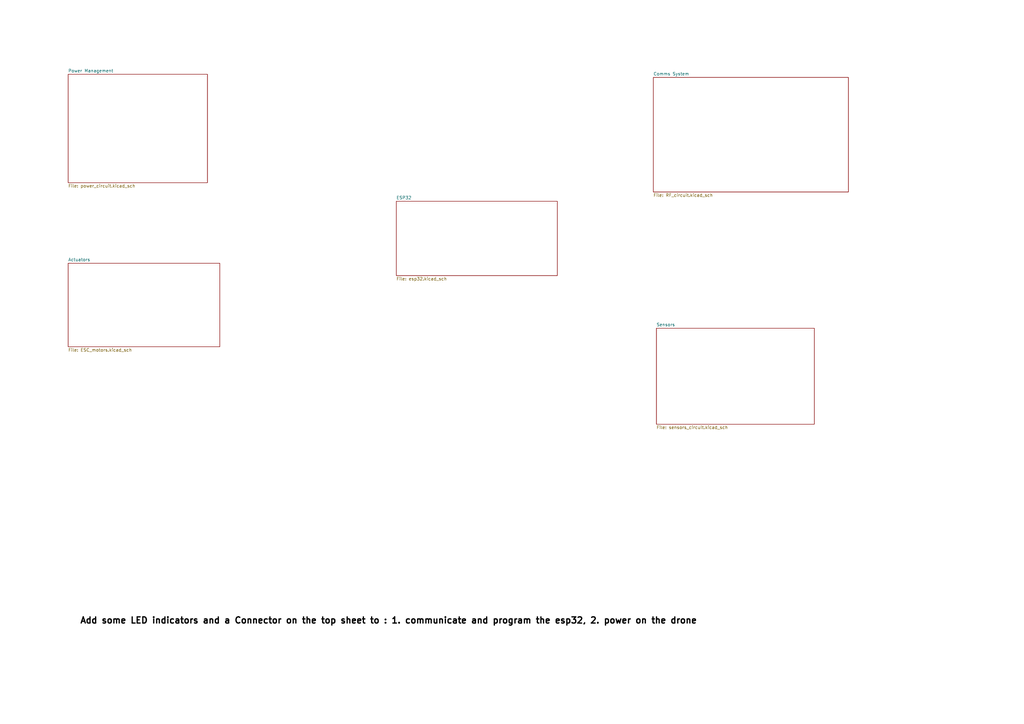
<source format=kicad_sch>
(kicad_sch
	(version 20250114)
	(generator "eeschema")
	(generator_version "9.0")
	(uuid "2b6165e2-6038-49be-a1b7-174ab2023d42")
	(paper "A3")
	(lib_symbols)
	(text "Add some LED indicators and a Connector on the top sheet to : 1. communicate and program the esp32, 2. power on the drone\n"
		(exclude_from_sim no)
		(at 159.385 254.635 0)
		(effects
			(font
				(size 2.54 2.54)
				(thickness 0.508)
				(bold yes)
				(color 0 0 0 1)
			)
		)
		(uuid "e3451c21-2672-415f-9673-964368853f4a")
	)
	(sheet
		(at 267.97 31.75)
		(size 80.01 46.99)
		(exclude_from_sim no)
		(in_bom yes)
		(on_board yes)
		(dnp no)
		(fields_autoplaced yes)
		(stroke
			(width 0.1524)
			(type solid)
		)
		(fill
			(color 0 0 0 0.0000)
		)
		(uuid "1dc35de0-9c0f-47b6-8fc2-6b9c6dde3360")
		(property "Sheetname" "Comms System"
			(at 267.97 31.0384 0)
			(effects
				(font
					(size 1.27 1.27)
				)
				(justify left bottom)
			)
		)
		(property "Sheetfile" "RF_circuit.kicad_sch"
			(at 267.97 79.3246 0)
			(effects
				(font
					(size 1.27 1.27)
				)
				(justify left top)
			)
		)
		(instances
			(project "ESP32-Drone"
				(path "/2b6165e2-6038-49be-a1b7-174ab2023d42"
					(page "6")
				)
			)
		)
	)
	(sheet
		(at 27.94 30.48)
		(size 57.15 44.45)
		(exclude_from_sim no)
		(in_bom yes)
		(on_board yes)
		(dnp no)
		(fields_autoplaced yes)
		(stroke
			(width 0.1524)
			(type solid)
		)
		(fill
			(color 0 0 0 0.0000)
		)
		(uuid "8207b3b3-ac5d-4554-805d-994ec0df0ada")
		(property "Sheetname" "Power Management"
			(at 27.94 29.7684 0)
			(effects
				(font
					(size 1.27 1.27)
				)
				(justify left bottom)
			)
		)
		(property "Sheetfile" "power_circuit.kicad_sch"
			(at 27.94 75.5146 0)
			(effects
				(font
					(size 1.27 1.27)
				)
				(justify left top)
			)
		)
		(instances
			(project "ESP32-Drone"
				(path "/2b6165e2-6038-49be-a1b7-174ab2023d42"
					(page "6")
				)
			)
		)
	)
	(sheet
		(at 162.56 82.55)
		(size 66.04 30.48)
		(exclude_from_sim no)
		(in_bom yes)
		(on_board yes)
		(dnp no)
		(fields_autoplaced yes)
		(stroke
			(width 0.1524)
			(type solid)
		)
		(fill
			(color 0 0 0 0.0000)
		)
		(uuid "8f001f97-68aa-4b07-b5f8-cc50eed823cf")
		(property "Sheetname" "ESP32"
			(at 162.56 81.8384 0)
			(effects
				(font
					(size 1.27 1.27)
				)
				(justify left bottom)
			)
		)
		(property "Sheetfile" "esp32.kicad_sch"
			(at 162.56 113.6146 0)
			(effects
				(font
					(size 1.27 1.27)
				)
				(justify left top)
			)
		)
		(instances
			(project "ESP32-Drone"
				(path "/2b6165e2-6038-49be-a1b7-174ab2023d42"
					(page "6")
				)
			)
		)
	)
	(sheet
		(at 269.24 134.62)
		(size 64.77 39.37)
		(exclude_from_sim no)
		(in_bom yes)
		(on_board yes)
		(dnp no)
		(fields_autoplaced yes)
		(stroke
			(width 0.1524)
			(type solid)
		)
		(fill
			(color 0 0 0 0.0000)
		)
		(uuid "e01dc768-0ee3-4879-b330-ecde0f6db60a")
		(property "Sheetname" "Sensors"
			(at 269.24 133.9084 0)
			(effects
				(font
					(size 1.27 1.27)
				)
				(justify left bottom)
			)
		)
		(property "Sheetfile" "sensors_circuit.kicad_sch"
			(at 269.24 174.5746 0)
			(effects
				(font
					(size 1.27 1.27)
				)
				(justify left top)
			)
		)
		(instances
			(project "ESP32-Drone"
				(path "/2b6165e2-6038-49be-a1b7-174ab2023d42"
					(page "7")
				)
			)
		)
	)
	(sheet
		(at 27.94 107.95)
		(size 62.23 34.29)
		(exclude_from_sim no)
		(in_bom yes)
		(on_board yes)
		(dnp no)
		(fields_autoplaced yes)
		(stroke
			(width 0.1524)
			(type solid)
		)
		(fill
			(color 0 0 0 0.0000)
		)
		(uuid "f584af08-08ff-4e53-9305-71aefc35f2e7")
		(property "Sheetname" "Actuators"
			(at 27.94 107.2384 0)
			(effects
				(font
					(size 1.27 1.27)
				)
				(justify left bottom)
			)
		)
		(property "Sheetfile" "ESC_motors.kicad_sch"
			(at 27.94 142.8246 0)
			(effects
				(font
					(size 1.27 1.27)
				)
				(justify left top)
			)
		)
		(instances
			(project "ESP32-Drone"
				(path "/2b6165e2-6038-49be-a1b7-174ab2023d42"
					(page "6")
				)
			)
		)
	)
	(sheet_instances
		(path "/"
			(page "1")
		)
	)
	(embedded_fonts no)
)

</source>
